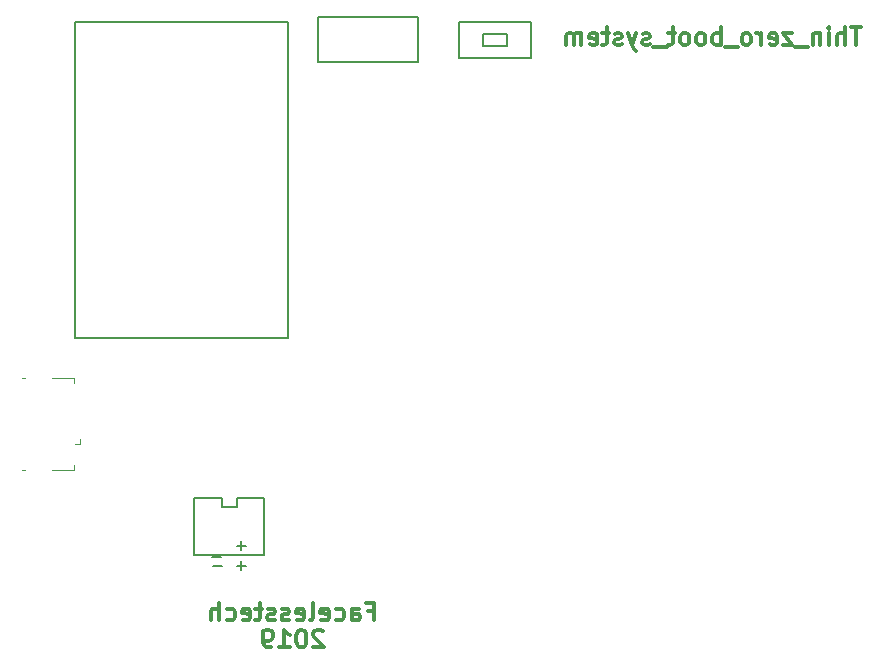
<source format=gbr>
G04 #@! TF.GenerationSoftware,KiCad,Pcbnew,5.0.2+dfsg1-1~bpo9+1*
G04 #@! TF.CreationDate,2019-03-08T11:12:02+00:00*
G04 #@! TF.ProjectId,thin_ZBS_screen,7468696e-5f5a-4425-935f-73637265656e,rev?*
G04 #@! TF.SameCoordinates,Original*
G04 #@! TF.FileFunction,Legend,Bot*
G04 #@! TF.FilePolarity,Positive*
%FSLAX46Y46*%
G04 Gerber Fmt 4.6, Leading zero omitted, Abs format (unit mm)*
G04 Created by KiCad (PCBNEW 5.0.2+dfsg1-1~bpo9+1) date Fri 08 Mar 2019 11:12:02 GMT*
%MOMM*%
%LPD*%
G01*
G04 APERTURE LIST*
%ADD10C,0.300000*%
%ADD11C,0.120000*%
%ADD12C,0.150000*%
G04 APERTURE END LIST*
D10*
X180909928Y-47502071D02*
X180052785Y-47502071D01*
X180481357Y-49002071D02*
X180481357Y-47502071D01*
X179552785Y-49002071D02*
X179552785Y-47502071D01*
X178909928Y-49002071D02*
X178909928Y-48216357D01*
X178981357Y-48073500D01*
X179124214Y-48002071D01*
X179338500Y-48002071D01*
X179481357Y-48073500D01*
X179552785Y-48144928D01*
X178195642Y-49002071D02*
X178195642Y-48002071D01*
X178195642Y-47502071D02*
X178267071Y-47573500D01*
X178195642Y-47644928D01*
X178124214Y-47573500D01*
X178195642Y-47502071D01*
X178195642Y-47644928D01*
X177481357Y-48002071D02*
X177481357Y-49002071D01*
X177481357Y-48144928D02*
X177409928Y-48073500D01*
X177267071Y-48002071D01*
X177052785Y-48002071D01*
X176909928Y-48073500D01*
X176838500Y-48216357D01*
X176838500Y-49002071D01*
X176481357Y-49144928D02*
X175338500Y-49144928D01*
X175124214Y-48002071D02*
X174338500Y-48002071D01*
X175124214Y-49002071D01*
X174338500Y-49002071D01*
X173195642Y-48930642D02*
X173338500Y-49002071D01*
X173624214Y-49002071D01*
X173767071Y-48930642D01*
X173838500Y-48787785D01*
X173838500Y-48216357D01*
X173767071Y-48073500D01*
X173624214Y-48002071D01*
X173338500Y-48002071D01*
X173195642Y-48073500D01*
X173124214Y-48216357D01*
X173124214Y-48359214D01*
X173838500Y-48502071D01*
X172481357Y-49002071D02*
X172481357Y-48002071D01*
X172481357Y-48287785D02*
X172409928Y-48144928D01*
X172338500Y-48073500D01*
X172195642Y-48002071D01*
X172052785Y-48002071D01*
X171338500Y-49002071D02*
X171481357Y-48930642D01*
X171552785Y-48859214D01*
X171624214Y-48716357D01*
X171624214Y-48287785D01*
X171552785Y-48144928D01*
X171481357Y-48073500D01*
X171338500Y-48002071D01*
X171124214Y-48002071D01*
X170981357Y-48073500D01*
X170909928Y-48144928D01*
X170838500Y-48287785D01*
X170838500Y-48716357D01*
X170909928Y-48859214D01*
X170981357Y-48930642D01*
X171124214Y-49002071D01*
X171338500Y-49002071D01*
X170552785Y-49144928D02*
X169409928Y-49144928D01*
X169052785Y-49002071D02*
X169052785Y-47502071D01*
X169052785Y-48073500D02*
X168909928Y-48002071D01*
X168624214Y-48002071D01*
X168481357Y-48073500D01*
X168409928Y-48144928D01*
X168338500Y-48287785D01*
X168338500Y-48716357D01*
X168409928Y-48859214D01*
X168481357Y-48930642D01*
X168624214Y-49002071D01*
X168909928Y-49002071D01*
X169052785Y-48930642D01*
X167481357Y-49002071D02*
X167624214Y-48930642D01*
X167695642Y-48859214D01*
X167767071Y-48716357D01*
X167767071Y-48287785D01*
X167695642Y-48144928D01*
X167624214Y-48073500D01*
X167481357Y-48002071D01*
X167267071Y-48002071D01*
X167124214Y-48073500D01*
X167052785Y-48144928D01*
X166981357Y-48287785D01*
X166981357Y-48716357D01*
X167052785Y-48859214D01*
X167124214Y-48930642D01*
X167267071Y-49002071D01*
X167481357Y-49002071D01*
X166124214Y-49002071D02*
X166267071Y-48930642D01*
X166338500Y-48859214D01*
X166409928Y-48716357D01*
X166409928Y-48287785D01*
X166338500Y-48144928D01*
X166267071Y-48073500D01*
X166124214Y-48002071D01*
X165909928Y-48002071D01*
X165767071Y-48073500D01*
X165695642Y-48144928D01*
X165624214Y-48287785D01*
X165624214Y-48716357D01*
X165695642Y-48859214D01*
X165767071Y-48930642D01*
X165909928Y-49002071D01*
X166124214Y-49002071D01*
X165195642Y-48002071D02*
X164624214Y-48002071D01*
X164981357Y-47502071D02*
X164981357Y-48787785D01*
X164909928Y-48930642D01*
X164767071Y-49002071D01*
X164624214Y-49002071D01*
X164481357Y-49144928D02*
X163338500Y-49144928D01*
X163052785Y-48930642D02*
X162909928Y-49002071D01*
X162624214Y-49002071D01*
X162481357Y-48930642D01*
X162409928Y-48787785D01*
X162409928Y-48716357D01*
X162481357Y-48573500D01*
X162624214Y-48502071D01*
X162838500Y-48502071D01*
X162981357Y-48430642D01*
X163052785Y-48287785D01*
X163052785Y-48216357D01*
X162981357Y-48073500D01*
X162838500Y-48002071D01*
X162624214Y-48002071D01*
X162481357Y-48073500D01*
X161909928Y-48002071D02*
X161552785Y-49002071D01*
X161195642Y-48002071D02*
X161552785Y-49002071D01*
X161695642Y-49359214D01*
X161767071Y-49430642D01*
X161909928Y-49502071D01*
X160695642Y-48930642D02*
X160552785Y-49002071D01*
X160267071Y-49002071D01*
X160124214Y-48930642D01*
X160052785Y-48787785D01*
X160052785Y-48716357D01*
X160124214Y-48573500D01*
X160267071Y-48502071D01*
X160481357Y-48502071D01*
X160624214Y-48430642D01*
X160695642Y-48287785D01*
X160695642Y-48216357D01*
X160624214Y-48073500D01*
X160481357Y-48002071D01*
X160267071Y-48002071D01*
X160124214Y-48073500D01*
X159624214Y-48002071D02*
X159052785Y-48002071D01*
X159409928Y-47502071D02*
X159409928Y-48787785D01*
X159338500Y-48930642D01*
X159195642Y-49002071D01*
X159052785Y-49002071D01*
X157981357Y-48930642D02*
X158124214Y-49002071D01*
X158409928Y-49002071D01*
X158552785Y-48930642D01*
X158624214Y-48787785D01*
X158624214Y-48216357D01*
X158552785Y-48073500D01*
X158409928Y-48002071D01*
X158124214Y-48002071D01*
X157981357Y-48073500D01*
X157909928Y-48216357D01*
X157909928Y-48359214D01*
X158624214Y-48502071D01*
X157267071Y-49002071D02*
X157267071Y-48002071D01*
X157267071Y-48144928D02*
X157195642Y-48073500D01*
X157052785Y-48002071D01*
X156838500Y-48002071D01*
X156695642Y-48073500D01*
X156624214Y-48216357D01*
X156624214Y-49002071D01*
X156624214Y-48216357D02*
X156552785Y-48073500D01*
X156409928Y-48002071D01*
X156195642Y-48002071D01*
X156052785Y-48073500D01*
X155981357Y-48216357D01*
X155981357Y-49002071D01*
X135413428Y-98635428D02*
X135342000Y-98564000D01*
X135199142Y-98492571D01*
X134842000Y-98492571D01*
X134699142Y-98564000D01*
X134627714Y-98635428D01*
X134556285Y-98778285D01*
X134556285Y-98921142D01*
X134627714Y-99135428D01*
X135484857Y-99992571D01*
X134556285Y-99992571D01*
X133627714Y-98492571D02*
X133484857Y-98492571D01*
X133342000Y-98564000D01*
X133270571Y-98635428D01*
X133199142Y-98778285D01*
X133127714Y-99064000D01*
X133127714Y-99421142D01*
X133199142Y-99706857D01*
X133270571Y-99849714D01*
X133342000Y-99921142D01*
X133484857Y-99992571D01*
X133627714Y-99992571D01*
X133770571Y-99921142D01*
X133842000Y-99849714D01*
X133913428Y-99706857D01*
X133984857Y-99421142D01*
X133984857Y-99064000D01*
X133913428Y-98778285D01*
X133842000Y-98635428D01*
X133770571Y-98564000D01*
X133627714Y-98492571D01*
X131699142Y-99992571D02*
X132556285Y-99992571D01*
X132127714Y-99992571D02*
X132127714Y-98492571D01*
X132270571Y-98706857D01*
X132413428Y-98849714D01*
X132556285Y-98921142D01*
X130984857Y-99992571D02*
X130699142Y-99992571D01*
X130556285Y-99921142D01*
X130484857Y-99849714D01*
X130342000Y-99635428D01*
X130270571Y-99349714D01*
X130270571Y-98778285D01*
X130342000Y-98635428D01*
X130413428Y-98564000D01*
X130556285Y-98492571D01*
X130842000Y-98492571D01*
X130984857Y-98564000D01*
X131056285Y-98635428D01*
X131127714Y-98778285D01*
X131127714Y-99135428D01*
X131056285Y-99278285D01*
X130984857Y-99349714D01*
X130842000Y-99421142D01*
X130556285Y-99421142D01*
X130413428Y-99349714D01*
X130342000Y-99278285D01*
X130270571Y-99135428D01*
X139234857Y-96920857D02*
X139734857Y-96920857D01*
X139734857Y-97706571D02*
X139734857Y-96206571D01*
X139020571Y-96206571D01*
X137806285Y-97706571D02*
X137806285Y-96920857D01*
X137877714Y-96778000D01*
X138020571Y-96706571D01*
X138306285Y-96706571D01*
X138449142Y-96778000D01*
X137806285Y-97635142D02*
X137949142Y-97706571D01*
X138306285Y-97706571D01*
X138449142Y-97635142D01*
X138520571Y-97492285D01*
X138520571Y-97349428D01*
X138449142Y-97206571D01*
X138306285Y-97135142D01*
X137949142Y-97135142D01*
X137806285Y-97063714D01*
X136449142Y-97635142D02*
X136592000Y-97706571D01*
X136877714Y-97706571D01*
X137020571Y-97635142D01*
X137092000Y-97563714D01*
X137163428Y-97420857D01*
X137163428Y-96992285D01*
X137092000Y-96849428D01*
X137020571Y-96778000D01*
X136877714Y-96706571D01*
X136592000Y-96706571D01*
X136449142Y-96778000D01*
X135234857Y-97635142D02*
X135377714Y-97706571D01*
X135663428Y-97706571D01*
X135806285Y-97635142D01*
X135877714Y-97492285D01*
X135877714Y-96920857D01*
X135806285Y-96778000D01*
X135663428Y-96706571D01*
X135377714Y-96706571D01*
X135234857Y-96778000D01*
X135163428Y-96920857D01*
X135163428Y-97063714D01*
X135877714Y-97206571D01*
X134306285Y-97706571D02*
X134449142Y-97635142D01*
X134520571Y-97492285D01*
X134520571Y-96206571D01*
X133163428Y-97635142D02*
X133306285Y-97706571D01*
X133592000Y-97706571D01*
X133734857Y-97635142D01*
X133806285Y-97492285D01*
X133806285Y-96920857D01*
X133734857Y-96778000D01*
X133592000Y-96706571D01*
X133306285Y-96706571D01*
X133163428Y-96778000D01*
X133092000Y-96920857D01*
X133092000Y-97063714D01*
X133806285Y-97206571D01*
X132520571Y-97635142D02*
X132377714Y-97706571D01*
X132092000Y-97706571D01*
X131949142Y-97635142D01*
X131877714Y-97492285D01*
X131877714Y-97420857D01*
X131949142Y-97278000D01*
X132092000Y-97206571D01*
X132306285Y-97206571D01*
X132449142Y-97135142D01*
X132520571Y-96992285D01*
X132520571Y-96920857D01*
X132449142Y-96778000D01*
X132306285Y-96706571D01*
X132092000Y-96706571D01*
X131949142Y-96778000D01*
X131306285Y-97635142D02*
X131163428Y-97706571D01*
X130877714Y-97706571D01*
X130734857Y-97635142D01*
X130663428Y-97492285D01*
X130663428Y-97420857D01*
X130734857Y-97278000D01*
X130877714Y-97206571D01*
X131092000Y-97206571D01*
X131234857Y-97135142D01*
X131306285Y-96992285D01*
X131306285Y-96920857D01*
X131234857Y-96778000D01*
X131092000Y-96706571D01*
X130877714Y-96706571D01*
X130734857Y-96778000D01*
X130234857Y-96706571D02*
X129663428Y-96706571D01*
X130020571Y-96206571D02*
X130020571Y-97492285D01*
X129949142Y-97635142D01*
X129806285Y-97706571D01*
X129663428Y-97706571D01*
X128592000Y-97635142D02*
X128734857Y-97706571D01*
X129020571Y-97706571D01*
X129163428Y-97635142D01*
X129234857Y-97492285D01*
X129234857Y-96920857D01*
X129163428Y-96778000D01*
X129020571Y-96706571D01*
X128734857Y-96706571D01*
X128592000Y-96778000D01*
X128520571Y-96920857D01*
X128520571Y-97063714D01*
X129234857Y-97206571D01*
X127234857Y-97635142D02*
X127377714Y-97706571D01*
X127663428Y-97706571D01*
X127806285Y-97635142D01*
X127877714Y-97563714D01*
X127949142Y-97420857D01*
X127949142Y-96992285D01*
X127877714Y-96849428D01*
X127806285Y-96778000D01*
X127663428Y-96706571D01*
X127377714Y-96706571D01*
X127234857Y-96778000D01*
X126592000Y-97706571D02*
X126592000Y-96206571D01*
X125949142Y-97706571D02*
X125949142Y-96920857D01*
X126020571Y-96778000D01*
X126163428Y-96706571D01*
X126377714Y-96706571D01*
X126520571Y-96778000D01*
X126592000Y-96849428D01*
D11*
G04 #@! TO.C,J1*
X114284500Y-84989500D02*
X114284500Y-84539500D01*
X112434500Y-84989500D02*
X114284500Y-84989500D01*
X109884500Y-77189500D02*
X110134500Y-77189500D01*
X109884500Y-84989500D02*
X110134500Y-84989500D01*
X112434500Y-77189500D02*
X114284500Y-77189500D01*
X114284500Y-77189500D02*
X114284500Y-77639500D01*
X114834500Y-82789500D02*
X114834500Y-82339500D01*
X114834500Y-82789500D02*
X114384500Y-82789500D01*
D12*
G04 #@! TO.C,U3*
X114363500Y-73787000D02*
X132397500Y-73787000D01*
X132397500Y-73787000D02*
X132397500Y-47053500D01*
X132397500Y-47053500D02*
X114427000Y-47053500D01*
X114427000Y-47053500D02*
X114363500Y-47053500D01*
X114363500Y-47053500D02*
X114363500Y-73787000D01*
G04 #@! TO.C,U4*
X124460000Y-89725500D02*
X124460000Y-92138500D01*
X124460000Y-92138500D02*
X130429000Y-92138500D01*
X130429000Y-92138500D02*
X130429000Y-87312500D01*
X124460000Y-87312500D02*
X124460000Y-89725500D01*
X126809500Y-87312500D02*
X126809500Y-88074500D01*
X126809500Y-88074500D02*
X128079500Y-88074500D01*
X128079500Y-88074500D02*
X128079500Y-87312500D01*
X130429000Y-87312500D02*
X128079500Y-87312500D01*
X126809500Y-87312500D02*
X124460000Y-87312500D01*
G04 #@! TO.C,SW2*
X143446500Y-46609000D02*
X143446500Y-50419000D01*
X143446500Y-50419000D02*
X134937500Y-50419000D01*
X134937500Y-50419000D02*
X134937500Y-46609000D01*
X134937500Y-46609000D02*
X143446500Y-46609000D01*
G04 #@! TO.C,SW1*
X152971500Y-47053500D02*
X146875500Y-47053500D01*
X146875500Y-47053500D02*
X146875500Y-50101500D01*
X146875500Y-50101500D02*
X152971500Y-50101500D01*
X152971500Y-50101500D02*
X152971500Y-47053500D01*
X150939500Y-48069500D02*
X148907500Y-48069500D01*
X148907500Y-48069500D02*
X148907500Y-49085500D01*
X148907500Y-49085500D02*
X150939500Y-49085500D01*
X150939500Y-49085500D02*
X150939500Y-48069500D01*
G04 #@! TO.C,U4*
X128841452Y-91384428D02*
X128079547Y-91384428D01*
X128460500Y-91765380D02*
X128460500Y-91003476D01*
X126745952Y-92305119D02*
X125984047Y-92305119D01*
X126809452Y-93098928D02*
X126047547Y-93098928D01*
X128841452Y-93098928D02*
X128079547Y-93098928D01*
X128460500Y-93479880D02*
X128460500Y-92717976D01*
G04 #@! TD*
M02*

</source>
